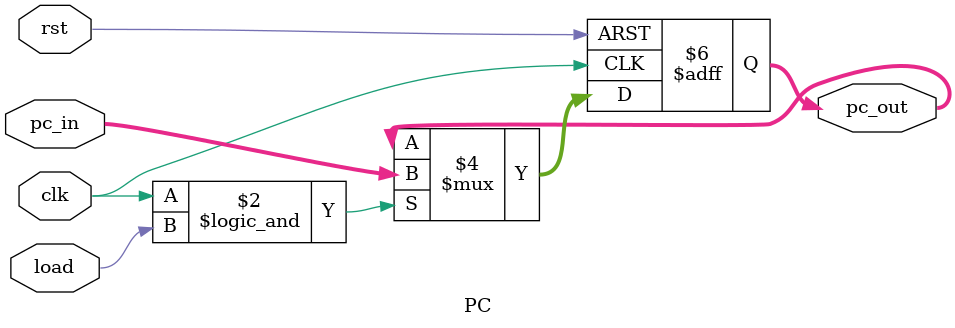
<source format=v>
module PC (
   input clk, rst,
   input load, 
   input[31:0] pc_in,
   output reg[31:0] pc_out
);

    always @(posedge clk, posedge rst) begin
        if (rst) pc_out <= 32'b0;
        else if (clk && load) pc_out <= pc_in;
        else pc_out <= pc_out;
    end
endmodule
</source>
